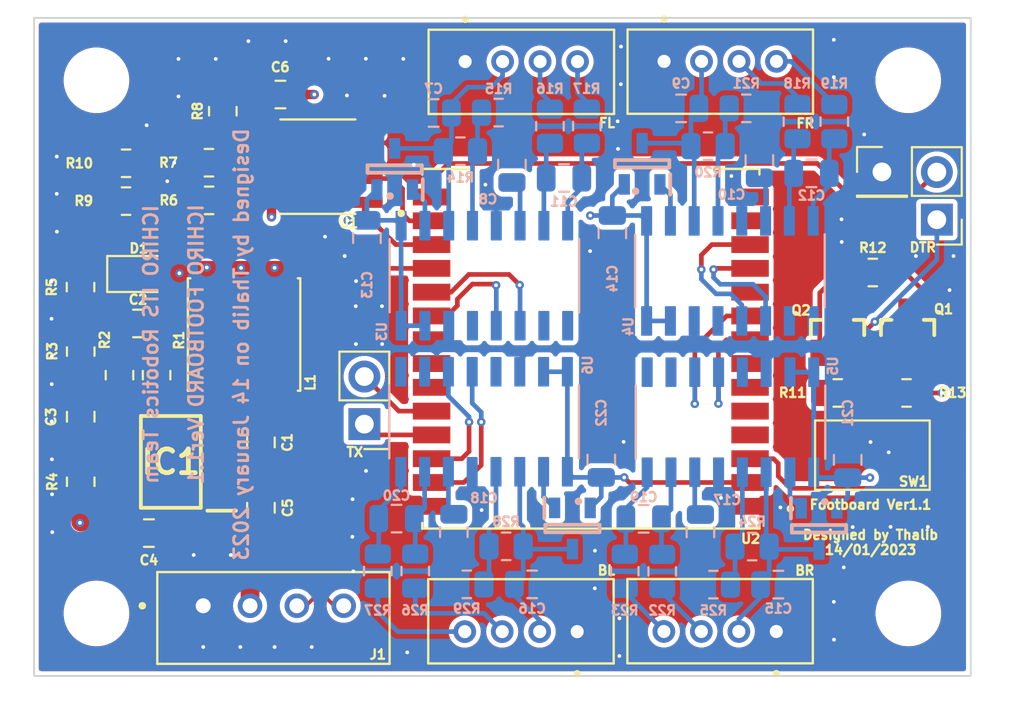
<source format=kicad_pcb>
(kicad_pcb (version 20211014) (generator pcbnew)
  (layers (0 "F.Cu" signal) (1 "In1.Cu" signal "GND") (2 "In2.Cu" signal "PWR") (31 "B.Cu" signal) (34 "B.Paste" user) (35 "F.Paste" user) (36 "B.SilkS" user "B.Silkscreen") (37 "F.SilkS" user "F.Silkscreen") (38 "B.Mask" user) (39 "F.Mask" user) (44 "Edge.Cuts" user))
  (net 0 "")
  (net 1 "GND")
  (net 2 "+3V3")
  (net 3 "Net-(C7-Pad2)")
  (net 4 "VIN")
  (net 9 "Net-(C3-Pad1)")
  (net 10 "Net-(C3-Pad2)")
  (net 11 "Net-(C4-Pad2)")
  (net 12 "Net-(C5-Pad1)")
  (net 13 "Net-(D1-Pad1)")
  (net 14 "Net-(IC1-Pad5)")
  (net 15 "Net-(IC1-Pad7)")
  (net 16 "Net-(C5-Pad2)")
  (net 17 "DXL_P")
  (net 18 "DXL_N")
  (net 19 "DTR")
  (net 20 "RTS")
  (net 21 "TX")
  (net 22 "RX")
  (net 23 "EN")
  (net 24 "Net-(Q1-PadB)")
  (net 25 "IO0")
  (net 26 "Net-(Q2-PadB)")
  (net 27 "Net-(R6-Pad1)")
  (net 28 "Net-(C8-Pad1)")
  (net 29 "Net-(C9-Pad2)")
  (net 30 "Net-(C10-Pad1)")
  (net 31 "Net-(C11-Pad1)")
  (net 32 "Net-(C11-Pad2)")
  (net 33 "Net-(C12-Pad1)")
  (net 34 "Net-(C12-Pad2)")
  (net 35 "Net-(C15-Pad2)")
  (net 36 "Net-(C16-Pad2)")
  (net 37 "DXL_RX")
  (net 38 "DXL_DIR")
  (net 39 "DXL_TX")
  (net 45 "Net-(C17-Pad1)")
  (net 46 "Net-(C18-Pad1)")
  (net 47 "Net-(C19-Pad1)")
  (net 48 "Net-(C19-Pad2)")
  (net 49 "Net-(C20-Pad1)")
  (net 50 "Net-(C20-Pad2)")
  (net 51 "Net-(J3-Pad3)")
  (net 52 "Net-(J3-Pad4)")
  (net 53 "Net-(J4-Pad3)")
  (net 54 "Net-(J4-Pad4)")
  (net 55 "Net-(J5-Pad3)")
  (net 56 "Net-(J5-Pad4)")
  (net 57 "Net-(Q3-Pad1)")
  (net 58 "Net-(Q4-Pad1)")
  (net 59 "Net-(Q5-Pad1)")
  (net 60 "Net-(Q6-Pad1)")
  (net 61 "Net-(R10-Pad1)")
  (net 62 "Net-(R20-Pad2)")
  (net 63 "Net-(R24-Pad2)")
  (net 64 "Net-(R28-Pad2)")
  (net 67 "SCK1")
  (net 68 "DOUT1")
  (net 72 "SCK2")
  (net 73 "DOUT2")
  (net 77 "SCK3")
  (net 78 "DOUT3")
  (net 82 "SCK4")
  (net 83 "DOUT4")
  (net 85 "Net-(R14-Pad2)")
  (net 86 "Net-(J2-Pad3)")
  (net 87 "Net-(J2-Pad4)")
  (footprint "Resistor_SMD:R_0805_2012Metric" (layer "F.Cu") (at 107.78 121.57 90)
    (fp_text reference "R4")
    (fp_text value "100k")
  )
  (footprint "MountingHole:MountingHole_3mm" (layer "F.Cu") (at 151.96 128.6)
    (fp_text reference "H4" hide)
    (fp_text value "MountingHole")
  )
  (footprint "Resistor_SMD:R_0805_2012Metric" (layer "F.Cu") (at 150.06 110.4 180)
    (fp_text reference "R12")
    (fp_text value "10k")
  )
  (footprint "Capacitor_SMD:C_0805_2012Metric" (layer "F.Cu") (at 111.42 124.31 180)
    (fp_text reference "C4")
    (fp_text value "100nF")
  )
  (footprint "Connector_PinHeader_2.54mm asli:PinHeader_1x01_P2.54mm_Vertical" (layer "F.Cu") (at 150.55 105.03)
    (fp_text reference "J8" hide)
    (fp_text value "Conn_01x01")
  )
  (footprint "Capacitor_SMD:C_0805_2012Metric" (layer "F.Cu") (at 118.44 100.9)
    (fp_text reference "C6")
    (fp_text value "100nF")
  )
  (footprint "B4B-PH-K-S_LF__SN_:JST_B4B-PH-K-S(LF)(SN)" (layer "F.Cu") (at 141.92 99.68 180)
    (fp_text reference "FR")
    (fp_text value "B4B-PH-K-S(LF)(SN)")
  )
  (footprint "Resistor_SMD:R_0805_2012Metric" (layer "F.Cu") (at 114.6325 106.55)
    (fp_text reference "R6")
    (fp_text value "1k")
  )
  (footprint "Capacitor_SMD:C_0805_2012Metric" (layer "F.Cu") (at 117.4 122.96 -90)
    (fp_text reference "C5")
    (fp_text value "100nF")
  )
  (footprint "Resistor_SMD:R_0805_2012Metric" (layer "F.Cu") (at 111.83 115.88 90)
    (fp_text reference "R1")
    (fp_text value "27k")
  )
  (footprint "Resistor_SMD:R_0805_2012Metric" (layer "F.Cu") (at 114.625 104.54)
    (fp_text reference "R7")
    (fp_text value "1k")
  )
  (footprint "Button_Switch_SMD:SW_SPST_CK_RS282G05A3" (layer "F.Cu") (at 150.04 120.15)
    (fp_text reference "SW1")
    (fp_text value "SW_Push")
  )
  (footprint "Resistor_SMD:R_0805_2012Metric" (layer "F.Cu") (at 107.78 114.62 -90)
    (fp_text reference "R3")
    (fp_text value "8.2k")
  )
  (footprint "MountingHole:MountingHole_3mm" (layer "F.Cu") (at 151.95 100.14)
    (fp_text reference "H2" hide)
    (fp_text value "MountingHole")
  )
  (footprint "MMBT2222_:SOT23-BEC" (layer "F.Cu") (at 151.92 113.59)
    (fp_text reference "Q1")
    (fp_text value "MMBT2222*")
  )
  (footprint "KiCad:SOIC127P600X175-8N" (layer "F.Cu") (at 112.59 120.51 180)
    (fp_text reference "IC1")
    (fp_text value "MP1482DS-LF-Z" hide)
  )
  (footprint "Resistor_SMD:R_0805_2012Metric" (layer "F.Cu") (at 148.19 116.83)
    (fp_text reference "R11")
    (fp_text value "10k")
  )
  (footprint "MountingHole:MountingHole_3mm" (layer "F.Cu") (at 108.62 100.14)
    (fp_text reference "H1" hide)
    (fp_text value "MountingHole")
  )
  (footprint "VLS6045EX-3R3N:IND_VLS6045EX-3R3N" (layer "F.Cu") (at 116.5 113.71 90)
    (fp_text reference "L1")
    (fp_text value "22uH")
  )
  (footprint "Connector_PinHeader_2.54mm asli:PinHeader_1x02_P2.54mm_Vertical" (layer "F.Cu") (at 153.48 107.58 180)
    (fp_text reference "DTR")
    (fp_text value "Conn_01x02")
  )
  (footprint "Resistor_SMD:R_0805_2012Metric" (layer "F.Cu") (at 151.86 116.83)
    (fp_text reference "R13")
    (fp_text value "10k")
  )
  (footprint "Resistor_SMD:R_0805_2012Metric" (layer "F.Cu") (at 107.77 111.18 -90)
    (fp_text reference "R5")
    (fp_text value "220")
  )
  (footprint "B4B-PH-K-S_LF__SN_:JST_B4B-PH-K-S(LF)(SN)" (layer "F.Cu") (at 141.91 129.0125)
    (fp_text reference "BR")
    (fp_text value "B4B-PH-K-S(LF)(SN)")
  )
  (footprint "MountingHole:MountingHole_3mm" (layer "F.Cu") (at 108.62 128.6)
    (fp_text reference "H3" hide)
    (fp_text value "MountingHole")
  )
  (footprint "LIB_ESP32-WROOM-32UE_M113EH2800UH3Q0_:XCVR_ESP32-WROOM-32U" (layer "F.Cu") (at 135.01 114.47 180)
    (fp_text reference "U2")
    (fp_text value "ESP32-WROOM-32U")
  )
  (footprint "B4B-PH-K-S_LF__SN_:JST_B4B-PH-K-S(LF)(SN)" (layer "F.Cu") (at 131.3 99.69 180)
    (fp_text reference "FL")
    (fp_text value "B4B-PH-K-S(LF)(SN)")
  )
  (footprint "Resistor_SMD:R_0805_2012Metric" (layer "F.Cu") (at 110.2 106.59 180)
    (fp_text reference "R9")
    (fp_text value "22")
  )
  (footprint "22-03-5045:MOLEX_22-03-5045" (layer "F.Cu") (at 118.0675 128.84)
    (fp_text reference "J1")
    (fp_text value "22-03-5045")
  )
  (footprint "LED_SMD:LED_0805_2012Metric" (layer "F.Cu") (at 110.88 110.48)
    (fp_text reference "D1")
    (fp_text value "LED")
  )
  (footprint "Resistor_SMD:R_0805_2012Metric" (layer "F.Cu") (at 115.365 101.79 90)
    (fp_text reference "R8")
    (fp_text value "1k")
  )
  (footprint "MAX485ESA_T:SOIC127P600X175-8N" (layer "F.Cu") (at 120.44 104.75 180)
    (fp_text reference "U1")
    (fp_text value "MAX485E")
  )
  (footprint "Capacitor_SMD:C_0805_2012Metric" (layer "F.Cu") (at 110.84 113.12)
    (fp_text reference "C2")
    (fp_text value "22uF/6.3")
  )
  (footprint "MMBT2222_:SOT23-BEC" (layer "F.Cu") (at 148.18 113.59)
    (fp_text reference "Q2")
    (fp_text value "MMBT2222*")
  )
  (footprint "Resistor_SMD:R_0805_2012Metric" (layer "F.Cu") (at 110.2 104.57 180)
    (fp_text reference "R10")
    (fp_text value "22")
  )
  (footprint "Resistor_SMD:R_0805_2012Metric" (layer "F.Cu") (at 109.85 115.88 -90)
    (fp_text reference "R2")
    (fp_text value "10k")
  )
  (footprint "Capacitor_SMD:C_0805_2012Metric" (layer "F.Cu") (at 117.4 119.47 90)
    (fp_text reference "C1")
    (fp_text value "10uF/25")
  )
  (footprint "B4B-PH-K-S_LF__SN_:JST_B4B-PH-K-S(LF)(SN)" (layer "F.Cu") (at 131.28 129.02)
    (fp_text reference "BL")
    (fp_text value "B4B-PH-K-S(LF)(SN)")
  )
  (footprint "Capacitor_SMD:C_0805_2012Metric" (layer "F.Cu") (at 107.78 118.1 -90)
    (fp_text reference "C3")
    (fp_text value "4.7nF")
  )
  (footprint "Connector_PinHeader_2.54mm asli:PinHeader_1x02_P2.54mm_Vertical" (layer "F.Cu") (at 122.92 118.495 180)
    (fp_text reference "TX")
    (fp_text value "Conn_01x02")
  )
  (footprint "Resistor_SMD:R_0805_2012Metric" (layer "B.Cu") (at 141.2675 103.6575)
    (fp_text reference "R20")
    (fp_text value "220")
  )
  (footprint "Resistor_SMD:R_0805_2012Metric" (layer "B.Cu") (at 136.82 126.35 90)
    (fp_text reference "R23")
    (fp_text value "100")
  )
  (footprint "Resistor_SMD:R_0805_2012Metric" (layer "B.Cu") (at 146.0375 102.3475 -90)
    (fp_text reference "R18")
    (fp_text value "100")
  )
  (footprint "Capacitor_SMD:C_0805_2012Metric" (layer "B.Cu") (at 126.6175 101.885)
    (fp_text reference "C7")
    (fp_text value "10uF")
  )
  (footprint "Capacitor_SMD:C_0805_2012Metric" (layer "B.Cu") (at 130.7975 104.645 90)
    (fp_text reference "C8")
    (fp_text value "0.1uF")
  )
  (footprint "Resistor_SMD:R_0805_2012Metric" (layer "B.Cu") (at 125.6375 126.3375 90)
    (fp_text reference "R26")
    (fp_text value "100")
  )
  (footprint "Resistor_SMD:R_0805_2012Metric" (layer "B.Cu") (at 143.62 125.03 180)
    (fp_text reference "R24")
    (fp_text value "220")
  )
  (footprint "Capacitor_SMD:C_0805_2012Metric" (layer "B.Cu") (at 146.7875 105.1075 180)
    (fp_text reference "C12")
    (fp_text value "0.1uF")
  )
  (footprint "HX711:SOP127P600X180-16N" (layer "B.Cu") (at 129.3125 118.3675 90)
    (fp_text reference "U6")
    (fp_text value "HX711")
  )
  (footprint "Resistor_SMD:R_0805_2012Metric" (layer "B.Cu") (at 138.82 126.36 90)
    (fp_text reference "R22")
    (fp_text value "100")
  )
  (footprint "Capacitor_SMD:C_0805_2012Metric" (layer "B.Cu") (at 123.0575 108.565 90)
    (fp_text reference "C13")
    (fp_text value "1uF")
  )
  (footprint "Capacitor_SMD:C_0805_2012Metric" (layer "B.Cu") (at 135.5675 120.3875 -90)
    (fp_text reference "C22")
    (fp_text value "1uF")
  )
  (footprint "Capacitor_SMD:C_0805_2012Metric" (layer "B.Cu") (at 144.0075 104.3975 90)
    (fp_text reference "C10")
    (fp_text value "0.1uF")
  )
  (footprint "Resistor_SMD:R_0805_2012Metric" (layer "B.Cu") (at 143.3075 101.6375)
    (fp_text reference "R21")
    (fp_text value "220")
  )
  (footprint "HX711:SOP127P600X180-16N" (layer "B.Cu") (at 142.4625 118.39 90)
    (fp_text reference "U5")
    (fp_text value "HX711")
  )
  (footprint "Capacitor_SMD:C_0805_2012Metric" (layer "B.Cu") (at 133.5775 105.355 180)
    (fp_text reference "C11")
    (fp_text value "0.1uF")
  )
  (footprint "Capacitor_SMD:C_0805_2012Metric" (layer "B.Cu") (at 145.02 127.06 180)
    (fp_text reference "C15")
    (fp_text value "10uF")
  )
  (footprint "s8550:SOT95P240X115-3N" (layer "B.Cu") (at 124.5375 104.875 90)
    (fp_text reference "Q3" hide)
    (fp_text value "S8550" hide)
  )
  (footprint "HX711:SOP127P600X180-16N" (layer "B.Cu") (at 142.4325 110.315 -90)
    (fp_text reference "U4")
    (fp_text value "HX711")
  )
  (footprint "Capacitor_SMD:C_0805_2012Metric" (layer "B.Cu") (at 131.8775 127.0475 180)
    (fp_text reference "C16")
    (fp_text value "10uF")
  )
  (footprint "HX711:SOP127P600X180-16N" (layer "B.Cu") (at 129.3275 110.57 -90)
    (fp_text reference "U3")
    (fp_text value "HX711")
  )
  (footprint "Capacitor_SMD:C_0805_2012Metric" (layer "B.Cu") (at 139.8275 101.6375)
    (fp_text reference "C9")
    (fp_text value "10uF")
  )
  (footprint "Resistor_SMD:R_0805_2012Metric" (layer "B.Cu") (at 148.0075 102.3475 -90)
    (fp_text reference "R19")
    (fp_text value "100")
  )
  (footprint "Capacitor_SMD:C_0805_2012Metric" (layer "B.Cu") (at 136.1575 108.3075 90)
    (fp_text reference "C14")
    (fp_text value "1uF")
  )
  (footprint "s8550:SOT95P240X115-3N" (layer "B.Cu") (at 134.0275 124.065 -90)
    (fp_text reference "Q6" hide)
    (fp_text value "S8550" hide)
  )
  (footprint "Capacitor_SMD:C_0805_2012Metric" (layer "B.Cu") (at 124.6375 123.5375)
    (fp_text reference "C20")
    (fp_text value "0.1uF")
  )
  (footprint "Resistor_SMD:R_0805_2012Metric" (layer "B.Cu") (at 128.3875 127.0475 180)
    (fp_text reference "R29")
    (fp_text value "220")
  )
  (footprint "Capacitor_SMD:C_0805_2012Metric" (layer "B.Cu") (at 137.83 123.55)
    (fp_text reference "C19")
    (fp_text value "0.1uF")
  )
  (footprint "Resistor_SMD:R_0805_2012Metric" (layer "B.Cu") (at 134.7975 102.585 -90)
    (fp_text reference "R17")
    (fp_text value "100")
  )
  (footprint "Resistor_SMD:R_0805_2012Metric" (layer "B.Cu") (at 141.55 127.06 180)
    (fp_text reference "R25")
    (fp_text value "220")
  )
  (footprint "Resistor_SMD:R_0805_2012Metric" (layer "B.Cu") (at 130.4875 125.0175 180)
    (fp_text reference "R28")
    (fp_text value "220")
  )
  (footprint "s8550:SOT95P240X115-3N" (layer "B.Cu") (at 147.19 124.08 -90)
    (fp_text reference "Q5" hide)
    (fp_text value "S8550" hide)
  )
  (footprint "Capacitor_SMD:C_0805_2012Metric" (layer "B.Cu") (at 127.6975 124.2575 -90)
    (fp_text reference "C18")
    (fp_text value "0.1uF")
  )
  (footprint "Resistor_SMD:R_0805_2012Metric" (layer "B.Cu") (at 132.8275 102.5925 -90)
    (fp_text reference "R16")
    (fp_text value "100")
  )
  (footprint "Resistor_SMD:R_0805_2012Metric" (layer "B.Cu") (at 128.0475 103.925)
    (fp_text reference "R14")
    (fp_text value "220")
  )
  (footprint "Capacitor_SMD:C_0805_2012Metric" (layer "B.Cu") (at 140.86 124.27 -90)
    (fp_text reference "C17")
    (fp_text value "0.1uF")
  )
  (footprint "Resistor_SMD:R_0805_2012Metric" (layer "B.Cu") (at 130.0875 101.865)
    (fp_text reference "R15")
    (fp_text value "220")
  )
  (footprint "s8550:SOT95P240X115-3N" (layer "B.Cu") (at 137.7475 104.5975 90)
    (fp_text reference "Q4" hide)
    (fp_text value "S8550" hide)
  )
  (footprint "Resistor_SMD:R_0805_2012Metric" (layer "B.Cu") (at 123.6375 126.3375 90)
    (fp_text reference "R27")
    (fp_text value "100")
  )
  (footprint "Capacitor_SMD:C_0805_2012Metric" (layer "B.Cu") (at 148.72 120.4 -90)
    (fp_text reference "C21")
    (fp_text value "1uF")
  )
  (gr_rect (start 155.29 131.935) (end 105.29 96.81) (layer "Edge.Cuts") (width 0.1) (fill none))
  (gr_text "ICHIRO ITS Robotics Team\n\nICHIRO FOOTBOARD Ver1.1\n\nDesigned by Thalib on 14 January 2023" (at 113.94 114.24 90) (layer "B.SilkS") (effects (font (size 0.75 0.75)) (justify mirror)))
  (gr_text "Footboard Ver1.1\n\nDesigned by Thalib\n14/01/2023" (at 149.94 124) (layer "F.SilkS") (effects (font (size 0.5 0.5) (thickness 0.125))))
  (segment (start 112.77 104.54) (end 113.7125 104.54) (width 0.25) (layer "F.Cu") (net 1))
  (via (at 125.56 104.65) (size 0.45) (drill 0.2) (layers "F.Cu" "B.Cu") (net 1))
  (via (at 136.46 103.8) (size 0.45) (drill 0.2) (layers "F.Cu" "B.Cu") (net 1))
  (via (at 147.98 127.98) (size 0.45) (drill 0.2) (layers "F.Cu" "B.Cu") (net 1))
  (via (at 121.87 109.52) (size 0.45) (drill 0.2) (layers "F.Cu" "B.Cu") (net 1))
  (via (at 148.51 126.14) (size 0.45) (drill 0.2) (layers "F.Cu" "B.Cu") (net 1))
  (via (at 113 99) (size 0.45) (drill 0.2) (layers "F.Cu" "B.Cu") (net 1))
  (via (at 147.98 99.97) (size 0.45) (drill 0.2) (layers "F.Cu" "B.Cu") (net 1))
  (via (at 118.72 98.05) (size 0.45) (drill 0.2) (layers "F.Cu" "B.Cu") (net 1))
  (via (at 123.87 114.22) (size 0.45) (drill 0.2) (layers "F.Cu" "B.Cu") (net 1))
  (via (at 154.16 111.34) (size 0.45) (drill 0.2) (layers "F.Cu" "B.Cu") (net 1))
  (via (at 113 101) (size 0.45) (drill 0.2) (layers "F.Cu" "B.Cu") (net 1))
  (via (at 129.38 105.71) (size 0.45) (drill 0.2) (layers "F.Cu" "B.Cu") (net 1))
  (via (at 148.4 108.77) (size 0.45) (drill 0.2) (layers "F.Cu" "B.Cu") (net 1))
  (via (at 120.11 130.39) (size 0.45) (drill 0.2) (layers "F.Cu" "B.Cu") (net 1))
  (via (at 113.81 125.48) (size 0.45) (drill 0.2) (layers "F.Cu" "B.Cu") (net 1))
  (via (at 136.53 130.87) (size 0.45) (drill 0.2) (layers "F.Cu" "B.Cu") (net 1))
  (via (at 111.3 102.54) (size 0.45) (drill 0.2) (layers "F.Cu" "B.Cu") (net 1))
  (via (at 122.28 124.51) (size 0.45) (drill 0.2) (layers "F.Cu" "B.Cu") (net 1))
  (via (at 116.73 98.05) (size 0.45) (drill 0.2) (layers "F.Cu" "B.Cu") (net 1))
  (via (at 129.18 123.08) (size 0.45) (drill 0.2) (layers "F.Cu" "B.Cu") (net 1))
  (via (at 122.33 126.35) (size 0.45) (drill 0.2) (layers "F.Cu" "B.Cu") (net 1))
  (via (at 149.94 119.45) (size 0.45) (drill 0.2) (layers "F.Cu" "B.Cu") (net 1))
  (via (at 120.82 108.49) (size 0.45) (drill 0.2) (layers "F.Cu" "B.Cu") (net 1))
  (via (at 106.23 116.36) (size 0.45) (drill 0.2) (layers "F.Cu" "B.Cu") (net 1))
  (via (at 145.13 122.94) (size 0.45) (drill 0.2) (layers "F.Cu" "B.Cu") (net 1))
  (via (at 151.01 123.98) (size 0.45) (drill 0.2) (layers "F.Cu" "B.Cu") (net 1))
  (via (at 142.51 105.25) (size 0.45) (drill 0.2) (layers "F.Cu" "B.Cu") (net 1))
  (via (at 154.37 109.52) (size 0.45) (drill 0.2) (layers "F.Cu" "B.Cu") (net 1))
  (via (at 106.22 110.88) (size 0.45) (drill 0.2) (layers "F.Cu" "B.Cu") (net 1))
  (via (at 136.54 128.86) (size 0.45) (drill 0.2) (layers "F.Cu" "B.Cu") (net 1))
  (via (at 116.3 130.39) (size 0.45) (drill 0.2) (layers "F.Cu" "B.Cu") (net 1))
  (via (at 118.13 130.39) (size 0.45) (drill 0.2) (layers "F.Cu" "B.Cu") (net 1))
  (via (at 149.6 103.03) (size 0.45) (drill 0.2) (layers "F.Cu" "B.Cu") (net 1))
  (via (at 106.24 120.37) (size 0.45) (drill 0.2) (layers "F.Cu" "B.Cu") (net 1))
  (via (at 125.21 130.68) (size 0.45) (drill 0.2) (layers "F.Cu" "B.Cu") (net 1))
  (via (at 106.5 104.21) (size 0.45) (drill 0.2) (layers "F.Cu" "B.Cu") (net 1))
  (via (at 136.44 102.33) (size 0.45) (drill 0.2) (layers "F.Cu" "B.Cu") (net 1))
  (via (at 124 100.97) (size 0.45) (drill 0.2) (layers "F.Cu" "B.Cu") (net 1))
  (via (at 123.01 120.99) (size 0.45) (drill 0.2) (layers "F.Cu" "B.Cu") (net 1))
  (via (at 122.48 110.86) (size 0.45) (drill 0.2) (layers "F.Cu" "B.Cu") (net 1))
  (via (at 106.22 112.87) (size 0.45) (drill 0.2) (layers "F.Cu" "B.Cu") (net 1))
  (via (at 136.76 119.44) (size 0.45) (drill 0.2) (layers "F.Cu" "B.Cu") (net 1))
  (via (at 147.99 130) (size 0.45) (drill 0.2) (layers "F.Cu" "B.Cu") (net 1))
  (via (at 153 123.98) (size 0.45) (drill 0.2) (layers "F.Cu" "B.Cu") (net 1))
  (via (at 134.97 109.26) (size 0.45) (drill 0.2) (layers "F.Cu" "B.Cu") (net 1))
  (via (at 106.26 124.26) (size 0.45) (drill 0.2) (layers "F.Cu" "B.Cu") (net 1))
  (via (at 135.23 125.25) (size 0.45) (drill 0.2) (layers "F.Cu" "B.Cu") (net 1))
  (via (at 150.91 120) (size 0.45) (drill 0.2) (layers "F.Cu" "B.Cu") (net 1))
  (via (at 121.99 100.95) (size 0.45) (drill 0.2) (layers "F.Cu" "B.Cu") (net 1))
  (via (at 106.51 108.22) (size 0.45) (drill 0.2) (layers "F.Cu" "B.Cu") (net 1))
  (via (at 115.79 125.48) (size 0.45) (drill 0.2) (layers "F.Cu" "B.Cu") (net 1))
  (via (at 122.46 112.2) (size 0.45) (drill 0.2) (layers "F.Cu" "B.Cu") (net 1))
  (via (at 152.36 109.52) (size 0.45) (drill 0.2) (layers "F.Cu" "B.Cu") (net 1))
  (via (at 123 98.99) (size 0.45) (drill 0.2) (layers "F.Cu" "B.Cu") (net 1))
  (via (at 123.86 112.2) (size 0.45) (drill 0.2) (layers "F.Cu" "B.Cu") (net 1))
  (via (at 148.99 123.99) (size 0.45) (drill 0.2) (layers "F.Cu" "B.Cu") (net 1))
  (via (at 122.47 114.22) (size 0.45) (drill 0.2) (layers "F.Cu" "B.Cu") (net 1))
  (via (at 135.22 127.26) (size 0.45) (drill 0.2) (layers "F.Cu" "B.Cu") (net 1))
  (via (at 121.01 98.99) (size 0.45) (drill 0.2) (layers "F.Cu" "B.Cu") (net 1))
  (via (at 136.61 100.35) (size 0.45) (drill 0.2) (layers "F.Cu" "B.Cu") (net 1))
  (via (at 114.99 99) (size 0.45) (drill 0.2) (layers "F.Cu" "B.Cu") (net 1))
  (via (at 106.23 114.89) (size 0.45) (drill 0.2) (layers "F.Cu" "B.Cu") (net 1))
  (via (at 106.23 118.35) (size 0.45) (drill 0.2) (layers "F.Cu" "B.Cu") (net 1))
  (via (at 114.32 130.39) (size 0.45) (drill 0.2) (layers "F.Cu" "B.Cu") (net 1))
  (via (at 141.96 122.43) (size 0.45) (drill 0.2) (layers "F.Cu" "B.Cu") (net 1))
  (via (at 125 99) (size 0.45) (drill 0.2) (layers "F.Cu" "B.Cu") (net 1))
  (via (at 112.77 104.54) (size 0.45) (drill 0.2) (layers "F.Cu" "B.Cu") (net 1))
  (via (at 136.62 98.34) (size 0.45) (drill 0.2) (layers "F.Cu" "B.Cu") (net 1))
  (via (at 112.4 105.53) (size 0.45) (drill 0.2) (layers "F.Cu" "B.Cu") (net 1))
  (via (at 147.98 97.98) (size 0.45) (drill 0.2) (layers "F.Cu" "B.Cu") (net 1))
  (via (at 148.39 107.56) (size 0.45) (drill 0.2) (layers "F.Cu" "B.Cu") (net 1))
  (via (at 106.25 122.24) (size 0.45) (drill 0.2) (layers "F.Cu" "B.Cu") (net 1))
  (via (at 106.5 106.2) (size 0.45) (drill 0.2) (layers "F.Cu" "B.Cu") (net 1))
  (via (at 122.29 122.5) (size 0.45) (drill 0.2) (layers "F.Cu" "B.Cu") (net 1))
  (segment (start 144.22 103.235) (end 144.0075 103.4475) (width 0.25) (layer "B.Cu") (net 1))
  (segment (start 131.01 101.855) (end 131 101.865) (width 0.25) (layer "B.Cu") (net 1))
  (segment (start 127.475 125.43) (end 127.6975 125.2075) (width 0.25) (layer "B.Cu") (net 1))
  (segment (start 131 101.865) (end 131 103.4925) (width 0.25) (layer "B.Cu") (net 1))
  (segment (start 143.0675 106.5475) (end 143.0675 107.645) (width 0.25) (layer "B.Cu") (net 1))
  (segment (start 136.1575 113.0075) (end 137.47 114.32) (width 0.25) (layer "B.Cu") (net 1))
  (segment (start 123.0575 109.515) (end 123.0575 113.2675) (width 0.25) (layer "B.Cu") (net 1))
  (segment (start 145.14 114.37) (end 144.3675 115.1425) (width 0.25) (layer "B.Cu") (net 1))
  (segment (start 141.96 122.43) (end 141.96 124.12) (width 0.25) (layer "B.Cu") (net 1))
  (segment (start 140.09 114.32) (end 140.5275 113.8825) (width 0.25) (layer "B.Cu") (net 1))
  (segment (start 135.5675 115.8175) (end 134.2825 114.5325) (width 0.25) (layer "B.Cu") (net 1))
  (segment (start 123.0575 113.2675) (end 124.195 114.405) (width 0.25) (layer "B.Cu") (net 1))
  (segment (start 127.4225 113.9275) (end 127.4225 113.24) (width 0.25) (layer "B.Cu") (net 1))
  (segment (start 140.5275 113.8825) (end 140.5275 112.985) (width 0.25) (layer "B.Cu") (net 1))
  (segment (start 134.97 109.26) (end 136.155 109.26) (width 0.25) (layer "B.Cu") (net 1))
  (segment (start 147.3 114.37) (end 145.14 114.37) (width 0.25) (layer "B.Cu") (net 1))
  (segment (start 148.72 119.45) (end 148.72 115.79) (width 0.25) (layer "B.Cu") (net 1))
  (segment (start 130.7975 103.8325) (end 130.7975 103.695) (width 0.25) (layer "B.Cu") (net 1))
  (segment (start 142.51 105.99) (end 143.0675 106.5475) (width 0.25) (layer "B.Cu") (net 1))
  (segment (start 144.0075 103.5725) (end 144.0075 103.4475) (width 0.25) (layer "B.Cu") (net 1))
  (segment (start 124.195 114.405) (end 126.945 114.405) (width 0.25) (layer "B.Cu") (net 1))
  (segment (start 141.8275 122.2975) (end 141.8275 121.06) (width 0.25) (layer "B.Cu") (net 1))
  (segment (start 135.5675 119.4375) (end 135.5675 115.8175) (width 0.25) (layer "B.Cu") (net 1))
  (segment (start 131.2175 115.0625) (end 131.2175 115.6975) (width 0.25) (layer "B.Cu") (net 1))
  (segment (start 142.51 105.25) (end 142.51 105.99) (width 0.25) (layer "B.Cu") (net 1))
  (segment (start 127.6975 125.2075) (end 127.6975 125.1325) (width 0.25) (layer "B.Cu") (net 1))
  (segment (start 144.22 101.6375) (end 144.22 103.235) (width 0.25) (layer "B.Cu") (net 1))
  (segment (start 137.47 114.32) (end 140.09 114.32) (width 0.25) (layer "B.Cu") (net 1))
  (segment (start 144.22 101.6375) (end 144.22 101.36) (width 0.25) (layer "B.Cu") (net 1))
  (segment (start 135.57 119.44) (end 135.5675 119.4375) (width 0.25) (layer "B.Cu") (net 1))
  (segment (start 127.475 127.0475) (end 127.475 125.43) (width 0.25) (layer "B.Cu") (net 1))
  (segment (start 136.1575 109.2575) (end 136.1575 113.0075) (width 0.25) (layer "B.Cu") (net 1))
  (segment (start 141.96 122.43) (end 141.8275 122.2975) (width 0.25) (layer "B.Cu") (net 1))
  (segment (start 126.945 114.405) (end 127.4225 113.9275) (width 0.25) (layer "B.Cu") (net 1))
  (segment (start 142.51 105.07) (end 144.0075 103.5725) (width 0.25) (layer "B.Cu") (net 1))
  (segment (start 142.51 105.25) (end 142.51 105.07) (width 0.25) (layer "B.Cu") (net 1))
  (segment (start 129.18 123.65) (end 129.18 123.08) (width 0.25) (layer "B.Cu") (net 1))
  (segment (start 140.6375 125.4425) (end 140.86 125.22) (width 0.25) (layer "B.Cu") (net 1))
  (segment (start 144.3675 115.1425) (end 144.3675 115.72) (width 0.25) (layer "B.Cu") (net 1))
  (segment (start 121.87 109.52) (end 123.0525 109.52) (width 0.25) (layer "B.Cu") (net 1))
  (segment (start 141.96 124.12) (end 140.86 125.22) (width 0.25) (layer "B.Cu") (net 1))
  (segment (start 140.6375 127.06) (end 140.6375 125.4425) (width 0.25) (layer "B.Cu") (net 1))
  (segment (start 129.38 106.37) (end 129.38 105.71) (width 0.25) (layer "B.Cu") (net 1))
  (segment (start 136.76 119.44) (end 135.57 119.44) (width 0.25) (layer "B.Cu") (net 1))
  (segment (start 129.18 122.69) (end 129.18 123.08) (width 0.25) (layer "B.Cu") (net 1))
  (segment (start 129.38 105.25) (end 130.7975 103.8325) (width 0.25) (layer "B.Cu") (net 1))
  (segment (start 129.9625 107.9) (end 129.9625 106.9525) (width 0.25) (layer "B.Cu") (net 1))
  (segment (start 127.6975 125.1325) (end 129.18 123.65) (width 0.25) (layer "B.Cu") (net 1))
  (segment (start 131.7475 114.5325) (end 131.2175 115.0625) (width 0.25) (layer "B.Cu") (net 1))
  (segment (start 149.94 119.45) (end 148.72 119.45) (width 0.25) (layer "B.Cu") (net 1))
  (segment (start 123.0525 109.52) (end 123.0575 109.515) (width 0.25) (layer "B.Cu") (net 1))
  (segment (start 134.2825 114.5325) (end 131.7475 114.5325) (width 0.25) (layer "B.Cu") (net 1))
  (segment (start 129.9625 106.9525) (end 129.38 106.37) (width 0.25) (layer "B.Cu") (net 1))
  (segment (start 148.72 115.79) (end 147.3 114.37) (width 0.25) (layer "B.Cu") (net 1))
  (segment (start 131 103.4925) (end 130.7975 103.695) (width 0.25) (layer "B.Cu") (net 1))
  (segment (start 136.155 109.26) (end 136.1575 109.2575) (width 0.25) (layer "B.Cu") (net 1))
  (segment (start 128.6775 122.1875) (end 129.18 122.69) (width 0.25) (layer "B.Cu") (net 1))
  (segment (start 128.6775 121.0375) (end 128.6775 122.1875) (width 0.25) (layer "B.Cu") (net 1))
  (segment (start 129.38 105.71) (end 129.38 105.25) (width 0.25) (layer "B.Cu") (net 1))
  (segment (start 111.83 114.9675) (end 111.83 113.16) (width 0.5) (layer "F.Cu") (net 2))
  (segment (start 111.83 113.16) (end 111.79 113.12) (width 0.25) (layer "F.Cu") (net 2))
  (segment (start 117.96 106.65) (end 117.965 106.655) (width 0.25) (layer "F.Cu") (net 2))
  (segment (start 115.365 100.8775) (end 115.365 100.035) (width 0.5) (layer "F.Cu") (net 2))
  (segment (start 111.8175 110.4025) (end 112.09 110.13) (width 0.25) (layer "F.Cu") (net 2))
  (segment (start 111.79 110.5075) (end 111.8175 110.48) (width 0.25) (layer "F.Cu") (net 2))
  (segment (start 143.51 121.61) (end 137.06 121.61) (width 0.25) (layer "F.Cu") (net 2))
  (segment (start 116.5 111.61) (end 115.99 111.61) (width 0.25) (layer "F.Cu") (net 2))
  (segment (start 111.8175 110.48) (end 111.8175 110.4025) (width 0.25) (layer "F.Cu") (net 2))
  (segment (start 117.965 106.655) (end 117.965 107.435) (width 0.5) (layer "F.Cu") (net 2))
  (segment (start 111.79 113.12) (end 111.79 110.5075) (width 0.5) (layer "F.Cu") (net 2))
  (segment (start 118.87 99.55) (end 119.39 100.07) (width 0.5) (layer "F.Cu") (net 2))
  (segment (start 115.365 100.035) (end 115.85 99.55) (width 0.5) (layer "F.Cu") (net 2))
  (segment (start 137.06 121.61) (end 136.79 121.34) (width 0.25) (layer "F.Cu") (net 2))
  (segment (start 115.85 99.55) (end 118.87 99.55) (width 0.5) (layer "F.Cu") (net 2))
  (segment (start 119.39 100.07) (end 119.39 100.9) (width 0.5) (layer "F.Cu") (net 2))
  (segment (start 120.25 100.9) (end 119.39 100.9) (width 0.5) (layer "F.Cu") (net 2))
  (segment (start 115.645 106.65) (end 117.96 106.65) (width 0.5) (layer "F.Cu") (net 2))
  (segment (start 117.965 107.435) (end 117.97 107.44) (width 0.25) (layer "F.Cu") (net 2))
  (segment (start 115.545 106.55) (end 115.645 106.65) (width 0.5) (layer "F.Cu") (net 2))
  (segment (start 153.75 116.83) (end 152.7725 116.83) (width 0.25) (layer "F.Cu") (net 2))
  (via (at 122.03 107.62) (size 0.45) (drill 0.2) (layers "F.Cu" "B.Cu") (net 2))
  (via (at 136.79 121.34) (size 0.45) (drill 0.2) (layers "F.Cu" "B.Cu") (net 2))
  (via (at 113.05 110.44) (size 0.45) (drill 0.2) (layers "F.Cu" "B.Cu") (net 2))
  (via (at 134.98 107.36) (size 0.45) (drill 0.2) (layers "F.Cu" "B.Cu") (net 2))
  (via (at 149.91 121.35) (size 0.45) (drill 0.2) (layers "F.Cu" "B.Cu") (net 2))
  (via (at 114.51 110.13) (size 0.45) (drill 0.2) (layers "F.Cu" "B.Cu") (net 2))
  (via (at 116.34 110.15) (size 0.45) (drill 0.2) (layers "F.Cu" "B.Cu") (net 2))
  (via (at 118.13 110.15) (size 0.45) (drill 0.2) (layers "F.Cu" "B.Cu") (net 2))
  (via (at 120.25 100.9) (size 0.45) (drill 0.2) (layers "F.Cu" "B.Cu") (net 2))
  (via (at 153.75 116.83) (size 0.45) (drill 0.2) (layers "F.Cu" "B.Cu") (net 2))
  (via (at 117.97 107.44) (size 0.45) (drill 0.2) (layers "F.Cu" "B.Cu") (net 2))
  (segment (start 135.5675 122.375) (end 134.9775 122.965) (width 0.25) (layer "B.Cu") (net 2))
  (segment (start 137.7 107.3575) (end 136.1575 107.3575) (width 0.25) (layer "B.Cu") (net 2))
  (segment (start 124.8825 107.9) (end 124.8825 113.24) (width 0.25) (layer "B.Cu") (net 2))
  (segment (start 135.5675 121.3375) (end 134.0575 121.3375) (width 0.25) (layer "B.Cu") (net 2))
  (segment (start 148.72 122.4) (end 148.14 122.98) (width 0.25) (layer "B.Cu") (net 2))
  (segment (start 123.0575 107.615) (end 123.0575 106.505) (width 0.25) (layer "B.Cu") (net 2))
  (segment (start 145.6375 115.72) (end 146.9075 115.72) (width 0.25) (layer "B.Cu") (net 2))
  (segment (start 123.0575 106.505) (end 123.5875 105.975) (width 0.25) (layer "B.Cu") (net 2))
  (segment (start 136.79 121.34) (end 135.57 121.34) (width 0.25) (layer "B.Cu") (net 2))
  (segment (start 137.9875 112.985) (end 139.2575 112.985) (width 0.25) (layer "B.Cu") (net 2))
  (segment (start 137.9875 107.645) (end 137.9875 112.985) (width 0.25) (layer "B.Cu") (net 2))
  (segment (start 132.4875 115.6975) (end 133.7575 115.6975) (width 0.25) (layer "B.Cu") (net 2))
  (segment (start 147.1975 121.35) (end 146.9075 121.06) (width 0.25) (layer "B.Cu") (net 2))
  (segment (start 135.5675 121.3375) (end 135.5675 122.375) (width 0.25) (layer "B.Cu") (net 2))
  (segment (start 137.9875 107.645) (end 137.7 107.3575) (width 0.25) (layer "B.Cu") (net 2))
  (segment (start 148.72 121.35) (end 148.72 122.4) (width 0.25) (layer "B.Cu") (net 2))
  (segment (start 136.7975 105.6975) (end 136.1575 106.3375) (width 0.25) (layer "B.Cu") (net 2))
  (segment (start 149.91 121.35) (end 148.72 121.35) (width 0.25) (layer "B.Cu") (net 2))
  (segment (start 134.98 107.36) (end 136.155 107.36) (width 0.25) (layer "B.Cu") (net 2))
  (segment (start 123.0525 107.62) (end 123.0575 107.615) (width 0.25) (layer "B.Cu") (net 2))
  (segment (start 134.0575 121.3375) (end 133.7575 121.0375) (width 0.25) (layer "B.Cu") (net 2))
  (segment (start 148.72 121.35) (end 147.1975 121.35) (width 0.25) (layer "B.Cu") (net 2))
  (segment (start 122.03 107.62) (end 123.0525 107.62) (width 0.25) (layer "B.Cu") (net 2))
  (segment (start 136.1575 106.3375) (end 136.1575 107.3575) (width 0.25) (layer "B.Cu") (net 2))
  (segment (start 126.1525 113.24) (end 124.8825 113.24) (width 0.25) (layer "B.Cu") (net 2))
  (segment (start 136.155 107.36) (end 136.1575 107.3575) (width 0.25) (layer "B.Cu") (net 2))
  (segment (start 123.0575 107.615) (end 124.5975 107.615) (width 0.25) (layer "B.Cu") (net 2))
  (segment (start 135.57 121.34) (end 135.5675 121.3375) (width 0.25) (layer "B.Cu") (net 2))
  (segment (start 124.5975 107.615) (end 124.8825 107.9) (width 0.25) (layer "B.Cu") (net 2))
  (segment (start 133.7575 121.0375) (end 133.7575 115.6975) (width 0.25) (layer "B.Cu") (net 2))
  (segment (start 146.9075 115.72) (end 146.9075 121.06) (width 0.25) (layer "B.Cu") (net 2))
  (segment (start 127.5675 101.885) (end 127.5675 101.3825) (width 0.25) (layer "B.Cu") (net 3))
  (segment (start 124.5375 103.775) (end 126.985 103.775) (width 0.25) (layer "B.Cu") (net 3))
  (segment (start 127.135 103.925) (end 127.135 103.845) (width 0.25) (layer "B.Cu") (net 3))
  (segment (start 127.5675 101.3825) (end 128.44 100.51) (width 0.25) (layer "B.Cu") (net 3))
  (segment (start 128.44 100.51) (end 129.7 100.51) (width 0.25) (layer "B.Cu") (net 3))
  (segment (start 127.4225 107.9) (end 127.4225 104.2125) (width 0.25) (layer "B.Cu") (net 3))
  (segment (start 130.3 99.91) (end 130.3 99.14) (width 0.25) (layer "B.Cu") (net 3))
  (segment (start 126.985 103.775) (end 127.135 103.925) (width 0.25) (layer "B.Cu") (net 3))
  (segment (start 129.7 100.51) (end 130.3 99.91) (width 0.25) (layer "B.Cu") (net 3))
  (segment (start 127.5675 103.4125) (end 127.5675 101.885) (width 0.25) (layer "B.Cu") (net 3))
  (segment (start 127.135 103.845) (end 127.5675 103.4125) (width 0.25) (layer "B.Cu") (net 3))
  (segment (start 127.4225 104.2125) (end 127.135 103.925) (width 0.25) (layer "B.Cu") (net 3))
  (segment (start 116.16 121.11) (end 116.885 120.385) (width 0.5) (layer "F.Cu") (net 4))
  (segment (start 116.885 120.385) (end 117.175 120.385) (width 0.5) (layer "F.Cu") (net 4))
  (segment (start 116.8175 127.0525) (end 116.8175 128.19) (width 1) (layer "F.Cu") (net 4))
  (segment (start 107.78 123.72) (end 107.74 123.76) (width 0.25) (layer "F.Cu") (net 4))
  (segment (start 117.4 120.42) (end 118.1 120.42) (width 1) (layer "F.Cu") (net 4))
  (segment (start 119.13 121.45) (end 119.13 124.74) (width 1) (layer "F.Cu") (net 4))
  (segment (start 115.237 121.11) (end 116.16 121.11) (width 0.5) (layer "F.Cu") (net 4))
  (segment (start 117.24 120.42) (end 117.4 120.42) (width 0.25) (layer "F.Cu") (net 4))
  (segment (start 119.13 124.74) (end 116.8175 127.0525) (width 1) (layer "F.Cu") (net 4))
  (segment (start 107.78 122.4825) (end 107.78 123.72) (width 1) (layer "F.Cu") (net 4))
  (segment (start 118.1 120.42) (end 119.13 121.45) (width 1) (layer "F.Cu") (net 4))
  (via (at 107.74 123.76) (size 0.45) (drill 0.2) (layers "F.Cu" "B.Cu") (net 4))
  (segment (start 107.78 117.15) (end 107.78 115.5325) (width 0.25) (layer "F.Cu") (net 9))
  (segment (start 108.975 119.875) (end 108.15 119.05) (width 0.25) (layer "F.Cu") (net 10))
  (segment (start 109.878 119.875) (end 108.975 119.875) (width 0.25) (layer "F.Cu") (net 10))
  (segment (start 108.15 119.05) (end 107.78 119.05) (width 0.25) (layer "F.Cu") (net 10))
  (segment (start 109.878 122.415) (end 109.878 123.718) (width 0.25) (layer "F.Cu") (net 11))
  (segment (start 109.878 123.718) (end 110.47 124.31) (width 0.25) (layer "F.Cu") (net 11))
  (segment (start 115.302 122.415) (end 116.995 122.415) (width 0.25) (layer "F.Cu") (net 12))
  (segment (start 116.995 122.415) (end 117.4 122.01) (width 0.25) (layer "F.Cu") (net 12))
  (segment (start 107.77 110.2675) (end 109.73 110.2675) (width 0.25) (layer "F.Cu") (net 13))
  (segment (start 109.73 110.2675) (end 109.9425 110.48) (width 0.25) (layer "F.Cu") (net 13))
  (segment (start 109.878 121.145) (end 108.2675 121.145) (width 0.25) (layer "F.Cu") (net 15))
  (segment (start 108.2675 121.145) (end 107.78 120.6575) (width 0.25) (layer "F.Cu") (net 15))
  (segment (start 117.4 123.91) (end 114.67 123.91) (width 0.25) (layer "F.Cu") (net 16))
  (segment (start 114.67 123.91) (end 113.84 123.08) (width 0.25) (layer "F.Cu") (net 16))
  (segment (start 115.302 119.875) (end 116.065 119.875) (width 0.25) (layer "F.Cu") (net 16))
  (segment (start 113.84 120.45) (end 114.415 119.875) (width 0.25) (layer "F.Cu") (net 16))
  (segment (start 116.065 119.875) (end 116.47 119.47) (width 0.25) (layer "F.Cu") (net 16))
  (segment (start 113.84 123.08) (end 113.84 120.45) (width 0.25) (layer "F.Cu") (net 16))
  (segment (start 116.47 119.47) (end 118.32 119.47) (width 0.25) (layer "F.Cu") (net 16))
  (segment (start 114.415 119.875) (end 115.302 119.875) (width 0.25) (layer "F.Cu") (net 16))
  (segment (start 118.32 119.47) (end 118.81 118.98) (width 0.25) (layer "F.Cu") (net 16))
  (segment (start 119.81 128.19) (end 119.3175 128.19) (width 0.2) (layer "F.Cu") (net 17))
  (segment (start 107.66 105.92) (end 107.66 107.426396) (width 0.2) (layer "F.Cu") (net 17))
  (segment (start 108.23 105.35) (end 107.66 105.92) (width 0.2) (layer "F.Cu") (net 17))
  (segment (start 120.88 126.483604) (end 120.33 127.033604) (width 0.2) (layer "F.Cu") (net 17))
  (segment (start 109.2875 104.57) (end 109.2875 105.1025) (width 0.2) (layer "F.Cu") (net 17))
  (segment (start 120.33 127.033604) (end 120.33 127.67) (width 0.2) (layer "F.Cu") (net 17))
  (segment (start 120.33 127.67) (end 119.81 128.19) (width 0.2) (layer "F.Cu") (net 17))
  (segment (start 107.66 107.426396) (end 108.903604 108.67) (width 0.2) (layer "F.Cu") (net 17))
  (segment (start 109.04 105.35) (end 108.23 105.35) (width 0.2) (layer "F.Cu") (net 17))
  (segment (start 118.733604 108.67) (end 120.88 110.816396) (width 0.2) (layer "F.Cu") (net 17))
  (segment (start 109.2875 105.1025) (end 109.04 105.35) (width 0.2) (layer "F.Cu") (net 17))
  (segment (start 120.88 110.816396) (end 120.88 126.483604) (width 0.2) (layer "F.Cu") (net 17))
  (segment (start 108.903604 108.67) (end 118.733604 108.67) (width 0.2) (layer "F.Cu") (net 17))
  (segment (start 120.78 127.22) (end 120.78 127.66) (width 0.2) (layer "F.Cu") (net 18))
  (segment (start 109.02 105.8) (end 108.42 105.8) (width 0.2) (layer "F.Cu") (net 18))
  (segment (start 121.33 126.67) (end 120.78 127.22) (width 0.2) (layer "F.Cu") (net 18))
  (segment (start 120.78 127.66) (end 121.31 128.19) (width 0.2) (layer "F.Cu") (net 18))
  (segment (start 108.11 106.11) (end 108.11 107.24) (width 0.2) (layer "F.Cu") (net 18))
  (segment (start 109.09 108.22) (end 118.92 108.22) (width 0.2) (layer "F.Cu") (net 18))
  (segment (start 121.31 128.19) (end 121.8175 128.19) (width 0.2) (layer "F.Cu") (net 18))
  (segment (start 109.2875 106.59) (end 109.2875 106.0675) (width 0.2) (layer "F.Cu") (net 18))
  (segment (start 108.42 105.8) (end 108.11 106.11) (width 0.2) (layer "F.Cu") (net 18))
  (segment (start 118.92 108.22) (end 121.33 110.63) (width 0.2) (layer "F.Cu") (net 18))
  (segment (start 108.11 107.24) (end 109.09 108.22) (width 0.2) (layer "F.Cu") (net 18))
  (segment (start 121.33 110.63) (end 121.33 126.67) (width 0.2) (layer "F.Cu") (net 18))
  (segment (start 109.2875 106.0675) (end 109.02 105.8) (width 0.2) (layer "F.Cu") (net 18))
  (segment (start 149.13 114.9775) (end 149.13 114.69) (width 0.25) (layer "F.Cu") (net 19))
  (segment (start 149.13 114.69) (end 149.13 114.07) (width 0.25) (layer "F.Cu") (net 19))
  (segment (start 149.13 114.07) (end 150.17 113.03) (width 0.25) (layer "F.Cu") (net 19))
  (segment (start 147.2775 116.83) (end 149.13 114.9775) (width 0.25) (layer "F.Cu") (net 19))
  (via (at 150.17 113.03) (size 0.45) (drill 0.2) (layers "F.Cu" "B.Cu") (net 19))
  (segment (start 153.48 109.72) (end 153.48 107.58) (width 0.25) (layer "B.Cu") (net 19))
  (segment (start 150.17 113.03) (end 153.48 109.72) (width 0.25) (layer "B.Cu") (net 19))
  (segment (start 150.9725 107.5375) (end 153.47 105.04) (width 0.25) (layer "F.Cu") (net 20))
  (segment (start 151.78 110.4) (end 150.9725 110.4) (width 0.25) (layer "F.Cu") (net 20))
  (segment (start 152.87 111.49) (end 151.78 110.4) (width 0.25) (layer "F.Cu") (net 20))
  (segment (start 153.47 105.04) (end 153.48 105.04) (width 0.25) (layer "F.Cu") (net 20))
  (segment (start 150.9725 110.4) (end 150.9725 107.5375) (width 0.25) (layer "F.Cu") (net 20))
  (segment (start 152.87 114.69) (end 152.87 111.49) (width 0.25) (layer "F.Cu") (net 20))
  (segment (start 126.51 119.07) (end 123.495 119.07) (width 0.25) (layer "F.Cu") (net 21))
  (segment (start 123.495 119.07) (end 122.92 118.495) (width 0.25) (layer "F.Cu") (net 21))
  (segment (start 124.765 117.8) (end 122.92 115.955) (width 0.25) (layer "F.Cu") (net 22))
  (segment (start 126.51 117.8) (end 124.765 117.8) (width 0.25) (layer "F.Cu") (net 22))
  (segment (start 152.19 120.15) (end 152.19 119.49) (width 0.25) (layer "F.Cu") (net 23))
  (segment (start 144.76 120.34) (end 145.015 120.595) (width 0.25) (layer "F.Cu") (net 23))
  (segment (start 145.015 121.275) (end 145.66 121.92) (width 0.25) (layer "F.Cu") (net 23))
  (segment (start 150.9475 118.2475) (end 150.9475 116.83) (width 0.25) (layer "F.Cu") (net 23))
  (segment (start 152.19 120.6) (end 152.19 120.15) (width 0.25) (layer "F.Cu") (net 23))
  (segment (start 150.87 121.92) (end 152.19 120.6) (width 0.25) (layer "F.Cu") (net 23))
  (segment (start 151.92 112.49) (end 151.92 115.8575) (width 0.25) (layer "F.Cu") (net 23))
  (segment (start 145.66 121.92) (end 150.87 121.92) (width 0.25) (layer "F.Cu") (net 23))
  (segment (start 152.19 119.49) (end 150.9475 118.2475) (width 0.25) (layer "F.Cu") (net 23))
  (segment (start 145.015 120.595) (end 145.015 121.275) (width 0.25) (layer "F.Cu") (net 23))
  (segment (start 153.94 120.15) (end 152.19 120.15) (width 0.25) (layer "F.Cu") (net 23))
  (segment (start 143.51 120.34) (end 144.76 120.34) (width 0.25) (layer "F.Cu") (net 23))
  (segment (start 151.92 115.8575) (end 150.9475 116.83) (width 0.25) (layer "F.Cu") (net 23))
  (segment (start 149.1025 116.5575) (end 150.97 114.69) (width 0.25) (layer "F.Cu") (net 24))
  (segment (start 149.1025 116.83) (end 149.1025 116.5575) (width 0.25) (layer "F.Cu") (net 24))
  (segment (start 147.1 104.58) (end 150.035 107.515) (width 0.25) (layer "F.Cu") (net 25))
  (segment (start 150.035 107.515) (end 150.035 111.945) (width 0.25) (layer "F.Cu") (net 25))
  (segment (start 149.49 112.49) (end 148.18 112.49) (width 0.25) (layer "F.Cu") (net 25))
  (segment (start 126.51 106.37) (end 126.51 105.47) (width 0.25) (layer "F.Cu") (net 25))
  (segment (start 126.51 105.47) (end 127.4 104.58) (width 0.25) (layer "F.Cu") (net 25))
  (segment (start 127.4 104.58) (end 147.1 104.58) (width 0.25) (layer "F.Cu") (net 25))
  (segment (start 150.035 111.945) (end 149.49 112.49) (width 0.25) (layer "F.Cu") (net 25))
  (segment (start 148.32 110.4) (end 149.1475 110.4) (width 0.25) (layer "F.Cu") (net 26))
  (segment (start 147.23 114.69) (end 147.23 111.49) (width 0.25) (layer "F.Cu") (net 26))
  (segment (start 147.23 111.49) (end 148.32 110.4) (width 0.25) (layer "F.Cu") (net 26))
  (segment (start 113.72 106.55) (end 113.72 106.3575) (width 0.25) (layer "F.Cu") (net 27))
  (segment (start 113.72 106.3575) (end 115.5375 104.54) (width 0.25) (layer "F.Cu") (net 27))
  (segment (start 115.5375 104.54) (end 115.7 104.54) (width 0.25) (layer "F.Cu") (net 27))
  (segment (start 113.68 106.59) (end 113.72 106.55) (width 0.25) (layer "F.Cu") (net 27))
  (segment (start 111.1125 106.59) (end 113.68 106.59) (width 0.25) (layer "F.Cu") (net 27))
  (segment (start 116.545 105.385) (end 117.965 105.385) (width 0.25) (layer "F.Cu") (net 27))
  (segment (start 115.7 104.54) (end 116.545 105.385) (width 0.25) (layer "F.Cu") (net 27))
  (segment (start 131.2325 107.9) (end 131.2325 106.03) (width 0.25) (layer "B.Cu") (net 28))
  (segment (start 131.2325 106.03) (end 130.7975 105.595) (width 0.25) (layer "B.Cu") (net 28))
  (segment (start 140.7775 101.6375) (end 140.92 101.495) (width 0.25) (layer "B.Cu") (net 29))
  (segment (start 140.195 103.4975) (end 140.355 103.6575) (width 0.25) (layer "B.Cu") (net 29))
  (segment (start 137.7475 103.4975) (end 140.195 103.4975) (width 0.25) (layer "B.Cu") (net 29))
  (segment (start 140.355 102.06) (end 140.7775 101.6375) (width 0.25) (layer "B.Cu") (net 29))
  (segment (start 140.5275 107.645) (end 140.5275 103.83) (width 0.25) (layer "B.Cu") (net 29))
  (segment (start 140.5275 103.83) (end 140.355 103.6575) (width 0.25) (layer "B.Cu") (net 29))
  (segment (start 140.92 101.495) (end 140.92 99.13) (width 0.25) (layer "B.Cu") (net 29))
  (segment (start 140.355 103.6575) (end 140.355 102.06) (width 0.25) (layer "B.Cu") (net 29))
  (segment (start 144.3375 107.645) (end 144.3375 105.6775) (width 0.25) (layer "B.Cu") (net 30))
  (segment (start 144.3375 105.6775) (end 144.0075 105.3475) (width 0.25) (layer "B.Cu") (net 30))
  (segment (start 134.5275 105.8725) (end 134.5275 105.355) (width 0.25) (layer "B.Cu") (net 31))
  (segment (start 133.7725 107.9) (end 133.78 107.8925) (width 0.25) (layer "B.Cu") (net 31))
  (segment (start 133.78 106.62) (end 134.5275 105.8725) (width 0.25) (layer "B.Cu") (net 31))
  (segment (start 134.5275 105.355) (end 134.5275 103.7675) (width 0.25) (layer "B.Cu") (net 31))
  (segment (start 134.5275 103.7675) (end 134.7975 103.4975) (width 0.25) (layer "B.Cu") (net 31))
  (segment (start 133.78 107.8925) (end 133.78 106.62) (width 0.25) (layer "B.Cu") (net 31))
  (segment (start 132.6275 105.355) (end 132.6275 103.705) (width 0.25) (layer "B.Cu") (net 32))
  (segment (start 132.6275 103.705) (end 132.8275 103.505) (width 0.25) (layer "B.Cu") (net 32))
  (segment (start 132.5025 107.9) (end 132.5025 105.48) (width 0.25) (layer "B.Cu") (net 32))
  (segment (start 132.5025 105.48) (end 132.6275 105.355) (width 0.25) (layer "B.Cu") (net 32))
  (segment (start 147.7375 103.53) (end 148.0075 103.26) (width 0.25) (layer "B.Cu") (net 33))
  (segment (start 146.8775 106.6225) (end 147.7375 105.7625) (width 0.25) (layer "B.Cu") (net 33))
  (segment (start 147.7375 105.7625) (end 147.7375 105.1075) (width 0.25) (layer "B.Cu") (net 33))
  (segment (start 146.8775 107.645) (end 146.8775 106.6225) (width 0.25) (layer "B.Cu") (net 33))
  (segment (start 147.7375 105.1075) (end 147.7375 103.53) (width 0.25) (layer "B.Cu") (net 33))
  (segment (start 145.6075 107.645) (end 145.6075 105.3375) (width 0.25) (layer "B.Cu") (net 34))
  (segment (start 145.8375 105.1075) (end 145.8375 103.46) (width 0.25) (layer "B.Cu") (net 34))
  (segment (start 145.6075 105.3375) (end 145.8375 105.1075) (width 0.25) (layer "B.Cu") (net 34))
  (segment (start 145.8375 103.46) (end 146.0375 103.26) (width 0.25) (layer "B.Cu") (net 34))
  (segment (start 144.5325 126.5975) (end 144.07 127.06) (width 0.25) (layer "B.Cu") (net 35))
  (segment (start 144.5325 125.03) (end 144.6825 125.18) (width 0.25) (layer "B.Cu") (net 35))
  (segment (start 144.3675 124.865) (end 144.5325 125.03) (width 0.25) (layer "B.Cu") (net 35))
  (segment (start 144.5325 125.03) (end 144.5325 126.5975) (width 0.25) (layer "B.Cu") (net 35))
  (segment (start 144.07 127.74) (end 142.91 128.9) (width 0.25) (layer "B.Cu") (net 35))
  (segment (start 144.3675 121.06) (end 144.3675 124.865) (width 0.25) (layer "B.Cu") (net 35))
  (segment (start 144.6825 125.18) (end 147.19 125.18) (width 0.25) (layer "B.Cu") (net 35))
  (segment (start 142.91 128.9) (end 142.91 129.5625) (width 0.25) (layer "B.Cu") (net 35))
  (segment (start 144.07 127.06) (end 144.07 127.74) (width 0.25) (layer "B.Cu") (net 35))
  (segment (start 131.4 126.575) (end 130.9275 127.0475) (width 0.25) (layer "B.Cu") (net 36))
  (segment (start 131.4 123.97) (end 131.4 125.0175) (width 0.25) (layer "B.Cu") (net 36))
  (segment (start 132.28 128.97) (end 132.28 129.57) (width 0.25) (layer "B.Cu") (net 36))
  (segment (start 131.2175 123.7875) (end 131.4 123.97) (width 0.25) (layer "B.Cu") (net 36))
  (segment (start 130.9275 127.6175) (end 132.28 128.97) (width 0.25) (layer "B.Cu") (net 36))
  (segment (start 130.9275 127.0475) (end 130.9275 127.6175) (width 0.25) (layer "B.Cu") (net 36))
  (segment (start 131.4 125.0175) (end 131.5475 125.165) (width 0.25) (layer "B.Cu") (net 36))
  (segment (start 131.2175 121.0375) (end 131.2175 123.7875) (width 0.25) (layer "B.Cu") (net 36))
  (segment (start 131.4 125.0175) (end 131.4 126.575) (width 0.25) (layer "B.Cu") (net 36))
  (segment (start 131.5475 125.165) (end 134.0275 125.165) (width 0.25) (layer "B.Cu") (net 36))
  (segment (start 124.6 108.91) (end 126.51 108.91) (width 0.25) (layer "F.Cu") (net 37))
  (segment (start 122.915 106.655) (end 122.915 107.225) (width 0.25) (layer "F.Cu") (net 37))
  (segment (start 122.915 107.225) (end 124.6 108.91) (width 0.25) (layer "F.Cu") (net 37))
  (segment (start 122.915 105.385) (end 122.915 104.115) (width 0.25) (layer "F.Cu") (net 38))
  (segment (start 124.415 105.385) (end 122.915 105.385) (width 0.25) (layer "F.Cu") (net 38))
  (segment (start 125.32 107.64) (end 124.96 107.28) (width 0.25) (layer "F.Cu") (net 38))
  (segment (start 126.51 107.64) (end 125.32 107.64) (width 0.25) (layer "F.Cu") (net 38))
  (segment (start 124.96 107.28) (end 124.96 105.93) (width 0.25) (layer "F.Cu") (net 38))
  (segment (start 124.96 105.93) (end 124.415 105.385) (width 0.25) (layer "F.Cu") (net 38))
  (segment (start 121.3 107.92) (end 121.3 103.34) (width 0.25) (layer "F.Cu") (net 39))
  (segment (start 126.51 110.18) (end 123.56 110.18) (width 0.25) (layer "F.Cu") (net 39))
  (segment (start 123.56 110.18) (end 121.3 107.92) (width 0.25) (layer "F.Cu") (net 39))
  (segment (start 121.3 103.34) (end 121.795 102.845) (width 0.25) (layer "F.Cu") (net 39))
  (segment (start 121.795 102.845) (end 122.915 102.845) (width 0.25) (layer "F.Cu") (net 39))
  (segment (start 140.5575 121.06) (end 140.5575 123.0175) (width 0.25) (layer "B.Cu") (net 45))
  (segment (start 140.5575 123.0175) (end 140.86 123.32) (width 0.25) (layer "B.Cu") (net 45))
  (segment (start 127.4075 123.0175) (end 127.6975 123.3075) (width 0.25) (layer "B.Cu") (net 46))
  (segment (start 127.4075 121.0375) (end 127.4075 123.0175) (width 0.25) (layer "B.Cu") (net 46))
  (segment (start 136.88 125.3775) (end 136.82 125.4375) (width 0.25) (layer "B.Cu") (net 47))
  (segment (start 138.0175 121.8625) (end 138.0175 121.06) (width 0.25) (layer "B.Cu") (net 47))
  (segment (start 136.88 123) (end 138.0175 121.8625) (width 0.25) (layer "B.Cu") (net 47))
  (segment (start 136.88 123.55) (end 136.88 123) (width 0.25) (layer "B.Cu") (net 47))
  (segment (start 136.88 123.55) (end 136.88 125.3775) (width 0.25) (layer "B.Cu") (net 47))
  (segment (start 138.78 125.4075) (end 138.82 125.4475) (width 0.25) (layer "B.Cu") (net 48))
  (segment (start 139.2875 121.06) (end 139.2875 123.0425) (width 0.25) (layer "B.Cu") (net 48))
  (segment (start 138.78 123.55) (end 138.78 125.4075) (width 0.25) (layer "B.Cu") (net 48))
  (segment (start 139.2875 123.0425) (end 138.78 123.55) (width 0.25) (layer "B.Cu") (net 48))
  (segment (start 123.6875 123.5375) (end 123.6875 123.0825) (width 0.25) (layer "B.Cu") (net 49))
  (segment (start 123.6875 123.5375) (end 123.6875 125.375) (width 0.25) (layer "B.Cu") (net 49))
  (segment (start 124.8675 121.9025) (end 124.8675 121.0375) (width 0.25) (layer "B.Cu") (net 49))
  (segment (start 123.6875 123.0825) (end 124.8675 121.9025) (width 0.25) (layer "B.Cu") (net 49))
  (segment (start 124.86 121.03) (end 124.8675 121.0375) (width 0.25) (layer "B.Cu") (net 49))
  (segment (start 123.6875 125.375) (end 123.6375 125.425) (width 0.25) (layer "B.Cu") (net 49))
  (segment (start 125.6375 125.425) (end 125.6375 123.5875) (width 0.25) (layer "B.Cu") (net 50))
  (segment (start 126.1375 122.9875) (end 125.5875 123.5375) (width 0.25) (layer "B.Cu") (net 50))
  (segment (start 125.6375 123.5875) (end 125.5875 123.5375) (width 0.25) (layer "B.Cu") (net 50))
  (segment (start 126.1375 121.0375) (end 126.1375 122.9875) (width 0.25) (layer "B.Cu") (net 50))
  (segment (start 146.0375 101.0375) (end 146.0375 101.435) (width 0.25) (layer "B.Cu") (net 51))
  (segment (start 144.1 100.31) (end 145.31 100.31) (width 0.25) (layer "B.Cu") (net 51))
  (segment (start 142.92 99.13) (end 144.1 100.31) (width 0.25) (layer "B.Cu") (net 51))
  (segment (start 145.31 100.31) (end 146.0375 101.0375) (width 0.25) (layer "B.Cu") (net 51))
  (segment (start 144.92 99.13) (end 145.7025 99.13) (width 0.25) (layer "B.Cu") (net 52))
  (segment (start 145.7025 99.13) (end 148.0075 101.435) (width 0.25) (layer "B.Cu") (net 52))
  (segment (start 138.82 127.4725) (end 140.91 129.5625) (width 0.25) (layer "B.Cu") (net 53))
  (segment (start 138.82 127.2725) (end 138.82 127.4725) (width 0.25) (layer "B.Cu") (net 53))
  (segment (start 138.91 129.53) (end 138.91 129.5625) (width 0.25) (layer "B.Cu") (net 54))
  (segment (start 136.82 127.2625) (end 136.82 127.44) (width 0.25) (layer "B.Cu") (net 54))
  (segment (start 136.82 127.44) (end 138.91 129.53) (width 0.25) (layer "B.Cu") (net 54))
  (segment (start 129.301 128.591) (end 130.28 129.57) (width 0.25) (layer "B.Cu") (net 55))
  (segment (start 126.01 128.59) (end 126.92 128.59) (width 0.25) (layer "B.Cu") (net 55))
  (segment (start 125.6375 127.25) (end 125.6375 128.2175) (width 0.25) (layer "B.Cu") (net 55))
  (segment (start 126.921 128.591) (end 129.301 128.591) (width 0.25) (layer "B.Cu") (net 55))
  (segment (start 126.92 128.59) (end 126.921 128.591) (width 0.25) (layer "B.Cu") (net 55))
  (segment (start 125.6375 128.2175) (end 126.01 128.59) (width 0.25) (layer "B.Cu") (net 55))
  (segment (start 123.6375 128.5075) (end 124.7 129.57) (width 0.25) (layer "B.Cu") (net 56))
  (segment (start 123.6375 127.25) (end 123.6375 128.5075) (width 0.25) (layer "B.Cu") (net 56))
  (segment (start 124.7 129.57) (end 128.28 129.57) (width 0.25) (layer "B.Cu") (net 56))
  (segment (start 126.1525 107.9) (end 126.1525 106.64) (width 0.25) (layer "B.Cu") (net 57))
  (segment (start 126.1525 106.64) (end 125.4875 105.975) (width 0.25) (layer "B.Cu") (net 57))
  (segment (start 139.2575 107.645) (end 139.2575 106.2575) (width 0.25) (layer "B.Cu") (net 58))
  (segment (start 139.2575 106.2575) (end 138.6975 105.6975) (width 0.25) (layer "B.Cu") (net 58))
  (segment (start 145.6375 122.3775) (end 146.24 122.98) (width 0.25) (layer "B.Cu") (net 59))
  (segment (start 145.6375 121.06) (end 145.6375 122.3775) (width 0.25) (layer "B.Cu") (net 59))
  (segment (start 132.4875 122.375) (end 133.0775 122.965) (width 0.25) (layer "B.Cu") (net 60))
  (segment (start 132.4875 121.0375) (end 132.4875 122.375) (width 0.25) (layer "B.Cu") (net 60))
  (segment (start 111.1125 104.57) (end 111.1125 104.0575) (width 0.25) (layer "F.Cu") (net 61))
  (segment (start 115.6825 102.7025) (end 115.365 102.7025) (width 0.25) (layer "F.Cu") (net 61))
  (segment (start 111.1125 104.0575) (end 112.4675 102.7025) (width 0.25) (layer "F.Cu") (net 61))
  (segment (start 112.4675 102.7025) (end 115.365 102.7025) (width 0.25) (layer "F.Cu") (net 61))
  (segment (start 115.365 102.7025) (end 116.7775 104.115) (width 0.25) (layer "F.Cu") (net 61))
  (segment (start 116.7775 104.115) (end 117.965 104.115) (width 0.25) (layer "F.Cu") (net 61))
  (segment (start 142.18 103.6575) (end 142.18 101.8525) (width 0.25) (layer "B.Cu") (net 62))
  (segment (start 142.18 101.8525) (end 142.395 101.6375) (width 0.25) (layer "B.Cu") (net 62))
  (segment (start 141.7975 107.645) (end 141.7975 104.04) (width 0.25) (layer "B.Cu") (net 62))
  (segment (start 141.7975 104.04) (end 142.18 103.6575) (width 0.25) (layer "B.Cu") (net 62))
  (segment (start 143.0975 124.64) (end 142.7075 125.03) (width 0.25) (layer "B.Cu") (net 63))
  (segment (start 143.0975 121.06) (end 143.0975 124.64) (width 0.25) (layer "B.Cu") (net 63))
  (segment (start 142.7075 125.03) (end 142.7075 126.815) (width 0.25) (layer "B.Cu") (net 63))
  (segment (start 142.7075 126.815) (end 142.4625 127.06) (width 0.25) (layer "B.Cu") (net 63))
  (segment (start 129.9475 123.7325) (end 129.575 124.105) (width 0.25) (layer "B.Cu") (net 64))
  (segment (start 129.575 124.105) (end 129.575 125.0175) (width 0.25) (layer "B.Cu") (net 64))
  (segment (start 129.9475 121.0375) (end 129.9475 123.7325) (width 0.25) (layer "B.Cu") (net 64))
  (segment (start 129.575 126.7725) (end 129.3 127.0475) (width 0.25) (layer "B.Cu") (net 64))
  (segment (start 129.575 125.0175) (end 129.575 126.7725) (width 0.25) (layer "B.Cu") (net 64))
  (segment (start 127.55 111.45) (end 126.51 111.45) (width 0.25) (layer "F.Cu") (net 67))
  (segment (start 131.21 111.07) (end 130.645 110.505) (width 0.25) (layer "F.Cu") (net 67))
  (segment (start 130.645 110.505) (end 128.495 110.505) (width 0.25) (layer "F.Cu") (net 67))
  (segment (start 128.495 110.505) (end 127.55 111.45) (width 0.25) (layer "F.Cu") (net 67))
  (via (at 131.21 111.07) (size 0.45) (drill 0.2) (layers "F.Cu" "B.Cu") (net 67))
  (segment (start 131.2325 113.24) (end 131.2325 111.0925) (width 0.25) (layer "B.Cu") (net 67))
  (segment (start 131.2325 111.0925) (end 131.21 111.07) (width 0.25) (layer "B.Cu") (net 67))
  (segment (start 127.33 112.72) (end 126.51 112.72) (width 0.25) (layer "F.Cu") (net 68))
  (segment (start 128.687107 111.02) (end 127.885 111.822107) (width 0.25) (layer "F.Cu") (net 68))
  (segment (start 127.885 111.822107) (end 127.885 112.165) (width 0.25) (layer "F.Cu") (net 68))
  (segment (start 128.687107 111.02) (end 129.8905 111.02) (width 0.25) (layer "F.Cu") (net 68))
  (segment (start 127.885 112.165) (end 127.33 112.72) (width 0.25) (layer "F.Cu") (net 68))
  (segment (start 129.8905 111.02) (end 129.95 111.0795) (width 0.25) (layer "F.Cu") (net 68))
  (via (at 129.95 111.0795) (size 0.45) (drill 0.2) (layers "F.Cu" "B.Cu") (net 68))
  (segment (start 129.9625 113.24) (end 129.9625 111.092) (width 0.25) (layer "B.Cu") (net 68))
  (segment (start 129.9625 111.092) (end 129.95 111.0795) (width 0.25) (layer "B.Cu") (net 68))
  (segment (start 141.62 110.18) (end 141.56 110.24) (width 0.25) (layer "F.Cu") (net 72))
  (segment (start 143.51 110.18) (end 141.62 110.18) (width 0.25) (layer "F.Cu") (net 72))
  (via (at 141.56 110.24) (size 0.45) (drill 0.2) (layers "F.Cu" "B.Cu") (net 72))
  (segment (start 141.92 111.03) (end 141.56 110.67) (width 0.25) (layer "B.Cu") (net 72))
  (segment (start 143.67 111.03) (end 141.92 111.03) (width 0.25) (layer "B.Cu") (net 72))
  (segment (start 144.3375 112.985) (end 144.3375 111.6975) (width 0.25) (layer "B.Cu") (net 72))
  (segment (start 141.56 110.67) (end 141.56 110.24) (width 0.25) (layer "B.Cu") (net 72))
  (segment (start 144.3375 111.6975) (end 143.67 111.03) (width 0.25) (layer "B.Cu") (net 72))
  (segment (start 141.47 108.91) (end 140.910497 109.469503) (width 0.25) (layer "F.Cu") (net 73))
  (segment (start 140.910497 109.469503) (end 140.910497 110.24) (width 0.25) (layer "F.Cu") (net 73))
  (segment (start 143.51 108.91) (end 141.47 108.91) (width 0.25) (layer "F.Cu") (net 73))
  (via (at 140.910497 110.24) (size 0.45) (drill 0.2) (layers "F.Cu" "B.Cu") (net 73))
  (segment (start 143.0675 112.1275) (end 142.48 111.54) (width 0.25) (layer "B.Cu") (net 73))
  (segment (start 142.48 111.54) (end 141.69 111.54) (width 0.25) (layer "B.Cu") (net 73))
  (segment (start 141.69 111.54) (end 140.910497 110.760497) (width 0.25) (layer "B.Cu") (net 73))
  (segment (start 140.910497 110.760497) (end 140.910497 110.24) (width 0.25) (layer "B.Cu") (net 73))
  (segment (start 143.0675 112.985) (end 143.0675 112.1275) (width 0.25) (layer "B.Cu") (net 73))
  (segment (start 143.51 112.72) (end 142.26 112.72) (width 0.25) (layer "F.Cu") (net 77))
  (segment (start 142.26 112.72) (end 140.56 114.42) (width 0.25) (layer "F.Cu") (net 77))
  (segment (start 140.56 114.42) (end 140.56 117.41) (width 0.25) (layer "F.Cu") (net 77))
  (via (at 140.56 117.41) (size 0.45) (drill 0.2) (layers "F.Cu" "B.Cu") (net 77))
  (segment (start 140.5575 115.72) (end 140.5575 117.4075) (width 0.25) (layer "B.Cu") (net 77))
  (segment (start 140.5575 117.4075) (end 140.56 117.41) (width 0.25) (layer "B.Cu") (net 77))
  (segment (start 142.26 113.99) (end 141.82 114.43) (width 0.25) (layer "F.Cu") (net 78))
  (segment (start 143.51 113.99) (end 142.26 113.99) (width 0.25) (layer "F.Cu") (net 78))
  (segment (start 141.82 114.43) (end 141.82 117.4) (width 0.25) (layer "F.Cu") (net 78))
  (via (at 141.82 117.4) (size 0.45) (drill 0.2) (layers "F.Cu" "B.Cu") (net 78))
  (segment (start 141.8275 117.3925) (end 141.82 117.4) (width 0.25) (layer "B.Cu") (net 78))
  (segment (start 141.8275 115.72) (end 141.8275 117.3925) (width 0.25) (layer "B.Cu") (net 78))
  (segment (start 128.51 119.95) (end 128.51 118.38) (width 0.25) (layer "F.Cu") (net 82))
  (segment (start 126.51 120.34) (end 128.12 120.34) (width 0.25) (layer "F.Cu") (net 82))
  (segment (start 128.12 120.34) (end 128.51 119.95) (width 0.25) (layer "F.Cu") (net 82))
  (via (at 128.51 118.38) (size 0.45) (drill 0.2) (layers "F.Cu" "B.Cu") (net 82))
  (segment (start 127.4075 116.9975) (end 127.4075 115.6975) (width 0.25) (layer "B.Cu") (net 82))
  (segment (start 128.51 118.1) (end 127.4075 116.9975) (width 0.25) (layer "B.Cu") (net 82))
  (segment (start 128.51 118.38) (end 128.51 118.1) (width 0.25) (layer "B.Cu") (net 82))
  (segment (start 126.51 121.61) (end 128.23 121.61) (width 0.25) (layer "F.Cu") (net 83))
  (segment (start 129.159503 120.680497) (end 129.159503 118.38) (width 0.25) (layer "F.Cu") (net 83))
  (segment (start 128.23 121.61) (end 129.159503 120.680497) (width 0.25) (layer "F.Cu") (net 83))
  (via (at 129.159503 118.38) (size 0.45) (drill 0.2) (layers "F.Cu" "B.Cu") (net 83))
  (segment (start 128.6775 117.3775) (end 128.6775 115.6975) (width 0.25) (layer "B.Cu") (net 83))
  (segment (start 129.159503 118.38) (end 129.159503 117.859503) (width 0.25) (layer "B.Cu") (net 83))
  (segment (start 129.159503 117.859503) (end 128.6775 117.3775) (width 0.25) (layer "B.Cu") (net 83))
  (segment (start 128.96 102.08) (end 129.175 101.865) (width 0.25) (layer "B.Cu") (net 85))
  (segment (start 128.96 103.925) (end 128.96 102.08) (width 0.25) (layer "B.Cu") (net 85))
  (segment (start 128.6925 104.1925) (end 128.96 103.925) (width 0.25) (layer "B.Cu") (net 85))
  (segment (start 128.6925 107.9) (end 128.6925 104.1925) (width 0.25) (layer "B.Cu") (net 85))
  (segment (start 132.8275 101.2975) (end 132.3 100.77) (width 0.25) (layer "B.Cu") (net 86))
  (segment (start 132.3 100.77) (end 132.3 99.14) (width 0.25) (layer "B.Cu") (net 86))
  (segment (start 132.8275 101.68) (end 132.8275 101.2975) (width 0.25) (layer "B.Cu") (net 86))
  (segment (start 134.7975 101.2975) (end 134.3 100.8) (width 0.25) (layer "B.Cu") (net 87))
  (segment (start 134.3 100.8) (end 134.3 99.14) (width 0.25) (layer "B.Cu") (net 87))
  (segment (start 134.7975 101.6725) (end 134.7975 101.2975) (width 0.25) (layer "B.Cu") (net 87))
  (zone (net 1) (net_name "GND") (layer "F.Cu") (connect_pads yes (clearance 0.254)) (min_thickness 0.254) (fill yes (thermal_gap 0.508) (thermal_bridge_width 0.508))
    (polygon (pts (xy 155.29 131.94) (xy 105.29 131.94) (xy 105.29 96.81) (xy 155.29 96.81)))
  )
  (zone (net 16) (net_name "Net-(C5-Pad2)") (layer "F.Cu") (priority 1) (connect_pads yes (clearance 0.254)) (min_thickness 0.254) (fill yes (thermal_gap 0.508) (thermal_bridge_width 0.508))
    (polygon (pts (xy 119.03 118.94) (xy 118.81 119.16) (xy 118.67 119.02) (xy 118.67 117.5) (xy 118.49 117.32) (xy 114.39 117.32) (xy 113.95 116.88) (xy 113.95 116.14) (xy 119.03 116.14)))
  )
  (zone (net 2) (net_name "+3V3") (layer "F.Cu") (priority 1) (connect_pads yes (clearance 0.254)) (min_thickness 0.254) (fill yes (thermal_gap 0.508) (thermal_bridge_width 0.508))
    (polygon (pts (xy 119.04 110.2) (xy 119.04 111.61) (xy 113.95 111.61) (xy 113.95 111.14) (xy 112 111.14) (xy 112 109.78) (xy 118.62 109.78)))
  )
  (zone (net 0) (net_name "") (layer "F.Cu") (connect_pads yes (clearance 0)) (min_thickness 0.254)
    (keepout (tracks allowed) (vias allowed) (pads allowed) (copperpour not_allowed) (footprints allowed))
    (fill (thermal_gap 0.508) (thermal_bridge_width 0.508))
    (polygon (pts (xy 120.64 110.94) (xy 120.61 126.38) (xy 120.06 127.01) (xy 120.02 127.49) (xy 118.62 128.32) (xy 117.58 128.31) (xy 117.43 127.58) (xy 117.59 127.14) (xy 119.73 124.99) (xy 119.74 121.25) (xy 118.46 119.87) (xy 118.48 119.6) (xy 119.16 118.98) (xy 119.18 110.23) (xy 119.06 110.05) (xy 119.11 109.66) (xy 119.35 109.62)))
  )
  (zone (net 14) (net_name "Net-(IC1-Pad5)") (layer "F.Cu") (priority 1) (connect_pads yes (clearance 0.254)) (min_thickness 0.254) (fill yes (thermal_gap 0.508) (thermal_bridge_width 0.508))
    (polygon (pts (xy 112.53 116.6) (xy 112.53 117.05) (xy 111.62 117.96) (xy 111.62 118.52) (xy 111.19 118.95) (xy 109.38 118.95) (xy 109.15 118.72) (xy 109.15 116.62) (xy 109.49 116.28) (xy 112.21 116.28)))
  )
  (zone (net 0) (net_name "") (layer "F.Cu") (connect_pads yes (clearance 0)) (min_thickness 0.254)
    (keepout (tracks allowed) (vias allowed) (pads allowed) (copperpour not_allowed) (footprints allowed))
    (fill (thermal_gap 0.508) (thermal_bridge_width 0.508))
    (polygon (pts (xy 144 124.08) (xy 126.01 124.08) (xy 126.01 104.87) (xy 144 104.87)))
  )
  (zone (net 0) (net_name "") (layer "F.Cu") (connect_pads yes (clearance 0)) (min_thickness 0.254)
    (keepout (tracks allowed) (vias allowed) (pads allowed) (copperpour not_allowed) (footprints allowed))
    (fill (thermal_gap 0.508) (thermal_bridge_width 0.508))
    (polygon (pts (xy 119.51 116.73) (xy 113.52 116.73) (xy 113.52 110.72) (xy 119.51 110.72)))
  )
  (zone (net 0) (net_name "") (layers "F.Cu" "F.Mask") (connect_pads (clearance 0)) (min_thickness 0.254)
    (keepout (tracks allowed) (vias allowed) (pads allowed) (copperpour not_allowed) (footprints allowed))
    (fill (thermal_gap 0.508) (thermal_bridge_width 0.508))
    (polygon (pts (xy 114.49 116.34) (xy 113.61 116.34) (xy 113.61 116.61) (xy 114.49 117.49) (xy 114.49 117.58) (xy 112.36 117.58) (xy 112.36 117.46) (xy 112.69 117.13) (xy 112.69 114.53) (xy 112.45 114.29) (xy 112.31 114.29) (xy 112.31 113.92) (xy 112.43 113.8) (xy 112.43 112.47) (xy 112.21 112.25) (xy 112.21 111.47) (xy 112.38 111.3) (xy 114.49 111.3)))
  )
  (zone (net 0) (net_name "") (layer "B.Cu") (connect_pads yes (clearance 0)) (min_thickness 0.254)
    (keepout (tracks allowed) (vias allowed) (pads allowed) (copperpour not_allowed) (footprints allowed))
    (fill (thermal_gap 0.508) (thermal_bridge_width 0.508))
    (polygon (pts (xy 134.35 114.01) (xy 124.24 114.01) (xy 124.24 107.09) (xy 134.35 107.09)))
  )
  (zone (net 0) (net_name "") (layer "B.Cu") (connect_pads yes (clearance 0)) (min_thickness 0.254)
    (keepout (tracks allowed) (vias allowed) (pads allowed) (copperpour not_allowed) (footprints allowed))
    (fill (thermal_gap 0.508) (thermal_bridge_width 0.508))
    (polygon (pts (xy 147.48 113.77) (xy 137.37 113.77) (xy 137.37 106.85) (xy 147.48 106.85)))
  )
  (zone (net 0) (net_name "") (layer "B.Cu") (connect_pads yes (clearance 0)) (min_thickness 0.254)
    (keepout (tracks allowed) (vias allowed) (pads allowed) (copperpour not_allowed) (footprints allowed))
    (fill (thermal_gap 0.508) (thermal_bridge_width 0.508))
    (polygon (pts (xy 134.38 121.81) (xy 124.27 121.81) (xy 124.27 114.89) (xy 134.38 114.89)))
  )
  (zone (net 1) (net_name "GND") (layer "B.Cu") (connect_pads yes (clearance 0.254)) (min_thickness 0.254) (fill yes (thermal_gap 0.508) (thermal_bridge_width 0.508))
    (polygon (pts (xy 155.29 131.94) (xy 105.29 131.94) (xy 105.29 96.81) (xy 155.29 96.81)))
  )
  (zone (net 0) (net_name "") (layer "B.Cu") (connect_pads yes (clearance 0)) (min_thickness 0.254)
    (keepout (tracks allowed) (vias allowed) (pads allowed) (copperpour not_allowed) (footprints allowed))
    (fill (thermal_gap 0.508) (thermal_bridge_width 0.508))
    (polygon (pts (xy 147.5 121.85) (xy 137.39 121.85) (xy 137.39 114.93) (xy 147.5 114.93)))
  )
)
</source>
